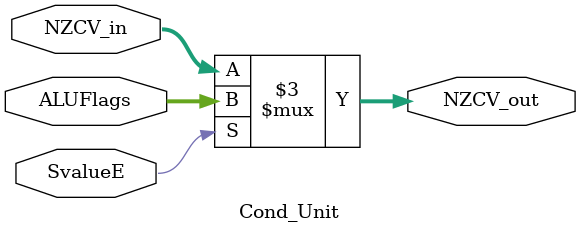
<source format=v>
module Cond_Unit(
	input[3:0] NZCV_in,
	input[3:0] ALUFlags,
	input SvalueE,
	output reg[3:0] NZCV_out
	);
	
	
	always @ (*)
	begin
		NZCV_out = (SvalueE == 1'b1) ? ALUFlags : NZCV_in;	
	end
	
endmodule

</source>
